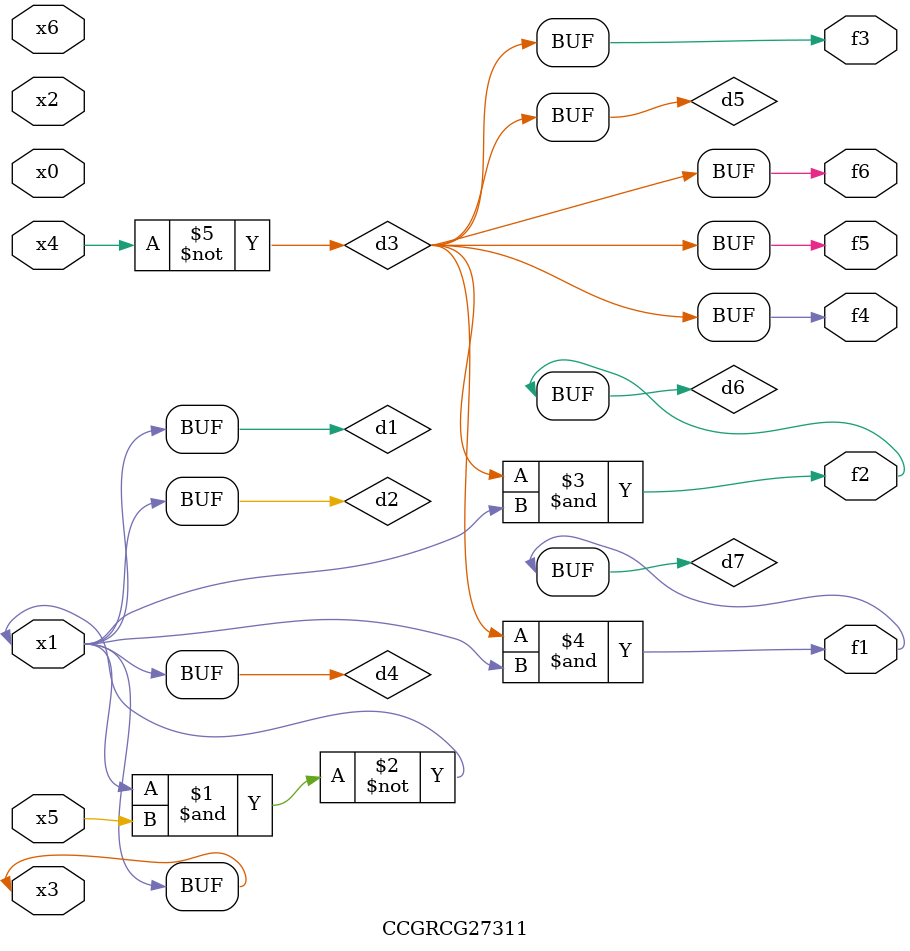
<source format=v>
module CCGRCG27311(
	input x0, x1, x2, x3, x4, x5, x6,
	output f1, f2, f3, f4, f5, f6
);

	wire d1, d2, d3, d4, d5, d6, d7;

	buf (d1, x1, x3);
	nand (d2, x1, x5);
	not (d3, x4);
	buf (d4, d1, d2);
	buf (d5, d3);
	and (d6, d3, d4);
	and (d7, d3, d4);
	assign f1 = d7;
	assign f2 = d6;
	assign f3 = d5;
	assign f4 = d5;
	assign f5 = d5;
	assign f6 = d5;
endmodule

</source>
